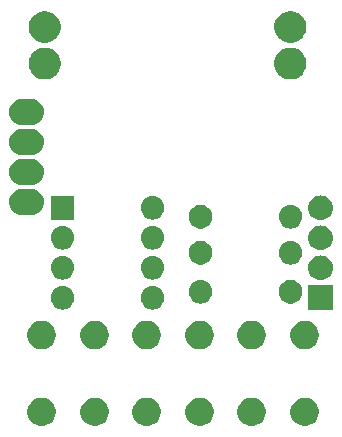
<source format=gbr>
G04 #@! TF.GenerationSoftware,KiCad,Pcbnew,(5.0.1)-4*
G04 #@! TF.CreationDate,2018-12-10T10:24:34+00:00*
G04 #@! TF.ProjectId,tinytetris,74696E797465747269732E6B69636164,rev?*
G04 #@! TF.SameCoordinates,Original*
G04 #@! TF.FileFunction,Soldermask,Bot*
G04 #@! TF.FilePolarity,Negative*
%FSLAX46Y46*%
G04 Gerber Fmt 4.6, Leading zero omitted, Abs format (unit mm)*
G04 Created by KiCad (PCBNEW (5.0.1)-4) date 10/12/2018 10:24:34*
%MOMM*%
%LPD*%
G01*
G04 APERTURE LIST*
%ADD10C,0.100000*%
G04 APERTURE END LIST*
D10*
G36*
X141828026Y-112130115D02*
X142046412Y-112220573D01*
X142242958Y-112351901D01*
X142410099Y-112519042D01*
X142541427Y-112715588D01*
X142631885Y-112933974D01*
X142678000Y-113165809D01*
X142678000Y-113402191D01*
X142631885Y-113634026D01*
X142541427Y-113852412D01*
X142410099Y-114048958D01*
X142242958Y-114216099D01*
X142046412Y-114347427D01*
X141828026Y-114437885D01*
X141596191Y-114484000D01*
X141359809Y-114484000D01*
X141127974Y-114437885D01*
X140909588Y-114347427D01*
X140713042Y-114216099D01*
X140545901Y-114048958D01*
X140414573Y-113852412D01*
X140324115Y-113634026D01*
X140278000Y-113402191D01*
X140278000Y-113165809D01*
X140324115Y-112933974D01*
X140414573Y-112715588D01*
X140545901Y-112519042D01*
X140713042Y-112351901D01*
X140909588Y-112220573D01*
X141127974Y-112130115D01*
X141359809Y-112084000D01*
X141596191Y-112084000D01*
X141828026Y-112130115D01*
X141828026Y-112130115D01*
G37*
G36*
X164108026Y-112130115D02*
X164326412Y-112220573D01*
X164522958Y-112351901D01*
X164690099Y-112519042D01*
X164821427Y-112715588D01*
X164911885Y-112933974D01*
X164958000Y-113165809D01*
X164958000Y-113402191D01*
X164911885Y-113634026D01*
X164821427Y-113852412D01*
X164690099Y-114048958D01*
X164522958Y-114216099D01*
X164326412Y-114347427D01*
X164108026Y-114437885D01*
X163876191Y-114484000D01*
X163639809Y-114484000D01*
X163407974Y-114437885D01*
X163189588Y-114347427D01*
X162993042Y-114216099D01*
X162825901Y-114048958D01*
X162694573Y-113852412D01*
X162604115Y-113634026D01*
X162558000Y-113402191D01*
X162558000Y-113165809D01*
X162604115Y-112933974D01*
X162694573Y-112715588D01*
X162825901Y-112519042D01*
X162993042Y-112351901D01*
X163189588Y-112220573D01*
X163407974Y-112130115D01*
X163639809Y-112084000D01*
X163876191Y-112084000D01*
X164108026Y-112130115D01*
X164108026Y-112130115D01*
G37*
G36*
X155218026Y-112130115D02*
X155436412Y-112220573D01*
X155632958Y-112351901D01*
X155800099Y-112519042D01*
X155931427Y-112715588D01*
X156021885Y-112933974D01*
X156068000Y-113165809D01*
X156068000Y-113402191D01*
X156021885Y-113634026D01*
X155931427Y-113852412D01*
X155800099Y-114048958D01*
X155632958Y-114216099D01*
X155436412Y-114347427D01*
X155218026Y-114437885D01*
X154986191Y-114484000D01*
X154749809Y-114484000D01*
X154517974Y-114437885D01*
X154299588Y-114347427D01*
X154103042Y-114216099D01*
X153935901Y-114048958D01*
X153804573Y-113852412D01*
X153714115Y-113634026D01*
X153668000Y-113402191D01*
X153668000Y-113165809D01*
X153714115Y-112933974D01*
X153804573Y-112715588D01*
X153935901Y-112519042D01*
X154103042Y-112351901D01*
X154299588Y-112220573D01*
X154517974Y-112130115D01*
X154749809Y-112084000D01*
X154986191Y-112084000D01*
X155218026Y-112130115D01*
X155218026Y-112130115D01*
G37*
G36*
X150718026Y-112130115D02*
X150936412Y-112220573D01*
X151132958Y-112351901D01*
X151300099Y-112519042D01*
X151431427Y-112715588D01*
X151521885Y-112933974D01*
X151568000Y-113165809D01*
X151568000Y-113402191D01*
X151521885Y-113634026D01*
X151431427Y-113852412D01*
X151300099Y-114048958D01*
X151132958Y-114216099D01*
X150936412Y-114347427D01*
X150718026Y-114437885D01*
X150486191Y-114484000D01*
X150249809Y-114484000D01*
X150017974Y-114437885D01*
X149799588Y-114347427D01*
X149603042Y-114216099D01*
X149435901Y-114048958D01*
X149304573Y-113852412D01*
X149214115Y-113634026D01*
X149168000Y-113402191D01*
X149168000Y-113165809D01*
X149214115Y-112933974D01*
X149304573Y-112715588D01*
X149435901Y-112519042D01*
X149603042Y-112351901D01*
X149799588Y-112220573D01*
X150017974Y-112130115D01*
X150249809Y-112084000D01*
X150486191Y-112084000D01*
X150718026Y-112130115D01*
X150718026Y-112130115D01*
G37*
G36*
X159608026Y-112130115D02*
X159826412Y-112220573D01*
X160022958Y-112351901D01*
X160190099Y-112519042D01*
X160321427Y-112715588D01*
X160411885Y-112933974D01*
X160458000Y-113165809D01*
X160458000Y-113402191D01*
X160411885Y-113634026D01*
X160321427Y-113852412D01*
X160190099Y-114048958D01*
X160022958Y-114216099D01*
X159826412Y-114347427D01*
X159608026Y-114437885D01*
X159376191Y-114484000D01*
X159139809Y-114484000D01*
X158907974Y-114437885D01*
X158689588Y-114347427D01*
X158493042Y-114216099D01*
X158325901Y-114048958D01*
X158194573Y-113852412D01*
X158104115Y-113634026D01*
X158058000Y-113402191D01*
X158058000Y-113165809D01*
X158104115Y-112933974D01*
X158194573Y-112715588D01*
X158325901Y-112519042D01*
X158493042Y-112351901D01*
X158689588Y-112220573D01*
X158907974Y-112130115D01*
X159139809Y-112084000D01*
X159376191Y-112084000D01*
X159608026Y-112130115D01*
X159608026Y-112130115D01*
G37*
G36*
X146328026Y-112130115D02*
X146546412Y-112220573D01*
X146742958Y-112351901D01*
X146910099Y-112519042D01*
X147041427Y-112715588D01*
X147131885Y-112933974D01*
X147178000Y-113165809D01*
X147178000Y-113402191D01*
X147131885Y-113634026D01*
X147041427Y-113852412D01*
X146910099Y-114048958D01*
X146742958Y-114216099D01*
X146546412Y-114347427D01*
X146328026Y-114437885D01*
X146096191Y-114484000D01*
X145859809Y-114484000D01*
X145627974Y-114437885D01*
X145409588Y-114347427D01*
X145213042Y-114216099D01*
X145045901Y-114048958D01*
X144914573Y-113852412D01*
X144824115Y-113634026D01*
X144778000Y-113402191D01*
X144778000Y-113165809D01*
X144824115Y-112933974D01*
X144914573Y-112715588D01*
X145045901Y-112519042D01*
X145213042Y-112351901D01*
X145409588Y-112220573D01*
X145627974Y-112130115D01*
X145859809Y-112084000D01*
X146096191Y-112084000D01*
X146328026Y-112130115D01*
X146328026Y-112130115D01*
G37*
G36*
X150718026Y-105630115D02*
X150936412Y-105720573D01*
X151132958Y-105851901D01*
X151300099Y-106019042D01*
X151431427Y-106215588D01*
X151521885Y-106433974D01*
X151568000Y-106665809D01*
X151568000Y-106902191D01*
X151521885Y-107134026D01*
X151431427Y-107352412D01*
X151300099Y-107548958D01*
X151132958Y-107716099D01*
X150936412Y-107847427D01*
X150718026Y-107937885D01*
X150486191Y-107984000D01*
X150249809Y-107984000D01*
X150017974Y-107937885D01*
X149799588Y-107847427D01*
X149603042Y-107716099D01*
X149435901Y-107548958D01*
X149304573Y-107352412D01*
X149214115Y-107134026D01*
X149168000Y-106902191D01*
X149168000Y-106665809D01*
X149214115Y-106433974D01*
X149304573Y-106215588D01*
X149435901Y-106019042D01*
X149603042Y-105851901D01*
X149799588Y-105720573D01*
X150017974Y-105630115D01*
X150249809Y-105584000D01*
X150486191Y-105584000D01*
X150718026Y-105630115D01*
X150718026Y-105630115D01*
G37*
G36*
X146328026Y-105630115D02*
X146546412Y-105720573D01*
X146742958Y-105851901D01*
X146910099Y-106019042D01*
X147041427Y-106215588D01*
X147131885Y-106433974D01*
X147178000Y-106665809D01*
X147178000Y-106902191D01*
X147131885Y-107134026D01*
X147041427Y-107352412D01*
X146910099Y-107548958D01*
X146742958Y-107716099D01*
X146546412Y-107847427D01*
X146328026Y-107937885D01*
X146096191Y-107984000D01*
X145859809Y-107984000D01*
X145627974Y-107937885D01*
X145409588Y-107847427D01*
X145213042Y-107716099D01*
X145045901Y-107548958D01*
X144914573Y-107352412D01*
X144824115Y-107134026D01*
X144778000Y-106902191D01*
X144778000Y-106665809D01*
X144824115Y-106433974D01*
X144914573Y-106215588D01*
X145045901Y-106019042D01*
X145213042Y-105851901D01*
X145409588Y-105720573D01*
X145627974Y-105630115D01*
X145859809Y-105584000D01*
X146096191Y-105584000D01*
X146328026Y-105630115D01*
X146328026Y-105630115D01*
G37*
G36*
X141828026Y-105630115D02*
X142046412Y-105720573D01*
X142242958Y-105851901D01*
X142410099Y-106019042D01*
X142541427Y-106215588D01*
X142631885Y-106433974D01*
X142678000Y-106665809D01*
X142678000Y-106902191D01*
X142631885Y-107134026D01*
X142541427Y-107352412D01*
X142410099Y-107548958D01*
X142242958Y-107716099D01*
X142046412Y-107847427D01*
X141828026Y-107937885D01*
X141596191Y-107984000D01*
X141359809Y-107984000D01*
X141127974Y-107937885D01*
X140909588Y-107847427D01*
X140713042Y-107716099D01*
X140545901Y-107548958D01*
X140414573Y-107352412D01*
X140324115Y-107134026D01*
X140278000Y-106902191D01*
X140278000Y-106665809D01*
X140324115Y-106433974D01*
X140414573Y-106215588D01*
X140545901Y-106019042D01*
X140713042Y-105851901D01*
X140909588Y-105720573D01*
X141127974Y-105630115D01*
X141359809Y-105584000D01*
X141596191Y-105584000D01*
X141828026Y-105630115D01*
X141828026Y-105630115D01*
G37*
G36*
X159608026Y-105630115D02*
X159826412Y-105720573D01*
X160022958Y-105851901D01*
X160190099Y-106019042D01*
X160321427Y-106215588D01*
X160411885Y-106433974D01*
X160458000Y-106665809D01*
X160458000Y-106902191D01*
X160411885Y-107134026D01*
X160321427Y-107352412D01*
X160190099Y-107548958D01*
X160022958Y-107716099D01*
X159826412Y-107847427D01*
X159608026Y-107937885D01*
X159376191Y-107984000D01*
X159139809Y-107984000D01*
X158907974Y-107937885D01*
X158689588Y-107847427D01*
X158493042Y-107716099D01*
X158325901Y-107548958D01*
X158194573Y-107352412D01*
X158104115Y-107134026D01*
X158058000Y-106902191D01*
X158058000Y-106665809D01*
X158104115Y-106433974D01*
X158194573Y-106215588D01*
X158325901Y-106019042D01*
X158493042Y-105851901D01*
X158689588Y-105720573D01*
X158907974Y-105630115D01*
X159139809Y-105584000D01*
X159376191Y-105584000D01*
X159608026Y-105630115D01*
X159608026Y-105630115D01*
G37*
G36*
X164108026Y-105630115D02*
X164326412Y-105720573D01*
X164522958Y-105851901D01*
X164690099Y-106019042D01*
X164821427Y-106215588D01*
X164911885Y-106433974D01*
X164958000Y-106665809D01*
X164958000Y-106902191D01*
X164911885Y-107134026D01*
X164821427Y-107352412D01*
X164690099Y-107548958D01*
X164522958Y-107716099D01*
X164326412Y-107847427D01*
X164108026Y-107937885D01*
X163876191Y-107984000D01*
X163639809Y-107984000D01*
X163407974Y-107937885D01*
X163189588Y-107847427D01*
X162993042Y-107716099D01*
X162825901Y-107548958D01*
X162694573Y-107352412D01*
X162604115Y-107134026D01*
X162558000Y-106902191D01*
X162558000Y-106665809D01*
X162604115Y-106433974D01*
X162694573Y-106215588D01*
X162825901Y-106019042D01*
X162993042Y-105851901D01*
X163189588Y-105720573D01*
X163407974Y-105630115D01*
X163639809Y-105584000D01*
X163876191Y-105584000D01*
X164108026Y-105630115D01*
X164108026Y-105630115D01*
G37*
G36*
X155218026Y-105630115D02*
X155436412Y-105720573D01*
X155632958Y-105851901D01*
X155800099Y-106019042D01*
X155931427Y-106215588D01*
X156021885Y-106433974D01*
X156068000Y-106665809D01*
X156068000Y-106902191D01*
X156021885Y-107134026D01*
X155931427Y-107352412D01*
X155800099Y-107548958D01*
X155632958Y-107716099D01*
X155436412Y-107847427D01*
X155218026Y-107937885D01*
X154986191Y-107984000D01*
X154749809Y-107984000D01*
X154517974Y-107937885D01*
X154299588Y-107847427D01*
X154103042Y-107716099D01*
X153935901Y-107548958D01*
X153804573Y-107352412D01*
X153714115Y-107134026D01*
X153668000Y-106902191D01*
X153668000Y-106665809D01*
X153714115Y-106433974D01*
X153804573Y-106215588D01*
X153935901Y-106019042D01*
X154103042Y-105851901D01*
X154299588Y-105720573D01*
X154517974Y-105630115D01*
X154749809Y-105584000D01*
X154986191Y-105584000D01*
X155218026Y-105630115D01*
X155218026Y-105630115D01*
G37*
G36*
X166150000Y-104682000D02*
X164050000Y-104682000D01*
X164050000Y-102582000D01*
X166150000Y-102582000D01*
X166150000Y-104682000D01*
X166150000Y-104682000D01*
G37*
G36*
X143452030Y-102646469D02*
X143452033Y-102646470D01*
X143452034Y-102646470D01*
X143640535Y-102703651D01*
X143640537Y-102703652D01*
X143814260Y-102796509D01*
X143966528Y-102921472D01*
X144091491Y-103073740D01*
X144171000Y-103222491D01*
X144184349Y-103247465D01*
X144235378Y-103415686D01*
X144241531Y-103435970D01*
X144260838Y-103632000D01*
X144241531Y-103828030D01*
X144241530Y-103828033D01*
X144241530Y-103828034D01*
X144201653Y-103959492D01*
X144184348Y-104016537D01*
X144091491Y-104190260D01*
X143966528Y-104342528D01*
X143814260Y-104467491D01*
X143814258Y-104467492D01*
X143640535Y-104560349D01*
X143452034Y-104617530D01*
X143452033Y-104617530D01*
X143452030Y-104617531D01*
X143305124Y-104632000D01*
X143206876Y-104632000D01*
X143059970Y-104617531D01*
X143059967Y-104617530D01*
X143059966Y-104617530D01*
X142871465Y-104560349D01*
X142697742Y-104467492D01*
X142697740Y-104467491D01*
X142545472Y-104342528D01*
X142420509Y-104190260D01*
X142327652Y-104016537D01*
X142310348Y-103959492D01*
X142270470Y-103828034D01*
X142270470Y-103828033D01*
X142270469Y-103828030D01*
X142251162Y-103632000D01*
X142270469Y-103435970D01*
X142276622Y-103415686D01*
X142327651Y-103247465D01*
X142341000Y-103222491D01*
X142420509Y-103073740D01*
X142545472Y-102921472D01*
X142697740Y-102796509D01*
X142871463Y-102703652D01*
X142871465Y-102703651D01*
X143059966Y-102646470D01*
X143059967Y-102646470D01*
X143059970Y-102646469D01*
X143206876Y-102632000D01*
X143305124Y-102632000D01*
X143452030Y-102646469D01*
X143452030Y-102646469D01*
G37*
G36*
X151072030Y-102646469D02*
X151072033Y-102646470D01*
X151072034Y-102646470D01*
X151260535Y-102703651D01*
X151260537Y-102703652D01*
X151434260Y-102796509D01*
X151586528Y-102921472D01*
X151711491Y-103073740D01*
X151791000Y-103222491D01*
X151804349Y-103247465D01*
X151855378Y-103415686D01*
X151861531Y-103435970D01*
X151880838Y-103632000D01*
X151861531Y-103828030D01*
X151861530Y-103828033D01*
X151861530Y-103828034D01*
X151821653Y-103959492D01*
X151804348Y-104016537D01*
X151711491Y-104190260D01*
X151586528Y-104342528D01*
X151434260Y-104467491D01*
X151434258Y-104467492D01*
X151260535Y-104560349D01*
X151072034Y-104617530D01*
X151072033Y-104617530D01*
X151072030Y-104617531D01*
X150925124Y-104632000D01*
X150826876Y-104632000D01*
X150679970Y-104617531D01*
X150679967Y-104617530D01*
X150679966Y-104617530D01*
X150491465Y-104560349D01*
X150317742Y-104467492D01*
X150317740Y-104467491D01*
X150165472Y-104342528D01*
X150040509Y-104190260D01*
X149947652Y-104016537D01*
X149930348Y-103959492D01*
X149890470Y-103828034D01*
X149890470Y-103828033D01*
X149890469Y-103828030D01*
X149871162Y-103632000D01*
X149890469Y-103435970D01*
X149896622Y-103415686D01*
X149947651Y-103247465D01*
X149961000Y-103222491D01*
X150040509Y-103073740D01*
X150165472Y-102921472D01*
X150317740Y-102796509D01*
X150491463Y-102703652D01*
X150491465Y-102703651D01*
X150679966Y-102646470D01*
X150679967Y-102646470D01*
X150679970Y-102646469D01*
X150826876Y-102632000D01*
X150925124Y-102632000D01*
X151072030Y-102646469D01*
X151072030Y-102646469D01*
G37*
G36*
X155136030Y-102138469D02*
X155136033Y-102138470D01*
X155136034Y-102138470D01*
X155324535Y-102195651D01*
X155324537Y-102195652D01*
X155498260Y-102288509D01*
X155650528Y-102413472D01*
X155775491Y-102565740D01*
X155775492Y-102565742D01*
X155868349Y-102739465D01*
X155885653Y-102796509D01*
X155925531Y-102927970D01*
X155944838Y-103124000D01*
X155925531Y-103320030D01*
X155925530Y-103320033D01*
X155925530Y-103320034D01*
X155890363Y-103435966D01*
X155868348Y-103508537D01*
X155775491Y-103682260D01*
X155650528Y-103834528D01*
X155498260Y-103959491D01*
X155324537Y-104052348D01*
X155324535Y-104052349D01*
X155136034Y-104109530D01*
X155136033Y-104109530D01*
X155136030Y-104109531D01*
X154989124Y-104124000D01*
X154890876Y-104124000D01*
X154743970Y-104109531D01*
X154743967Y-104109530D01*
X154743966Y-104109530D01*
X154555465Y-104052349D01*
X154555463Y-104052348D01*
X154381740Y-103959491D01*
X154229472Y-103834528D01*
X154104509Y-103682260D01*
X154011652Y-103508537D01*
X153989638Y-103435966D01*
X153954470Y-103320034D01*
X153954470Y-103320033D01*
X153954469Y-103320030D01*
X153935162Y-103124000D01*
X153954469Y-102927970D01*
X153994347Y-102796509D01*
X154011651Y-102739465D01*
X154104508Y-102565742D01*
X154104509Y-102565740D01*
X154229472Y-102413472D01*
X154381740Y-102288509D01*
X154555463Y-102195652D01*
X154555465Y-102195651D01*
X154743966Y-102138470D01*
X154743967Y-102138470D01*
X154743970Y-102138469D01*
X154890876Y-102124000D01*
X154989124Y-102124000D01*
X155136030Y-102138469D01*
X155136030Y-102138469D01*
G37*
G36*
X162735770Y-102139372D02*
X162851689Y-102162429D01*
X163033678Y-102237811D01*
X163197463Y-102347249D01*
X163336751Y-102486537D01*
X163446189Y-102650322D01*
X163521571Y-102832311D01*
X163544628Y-102948230D01*
X163560000Y-103025507D01*
X163560000Y-103222493D01*
X163544628Y-103299770D01*
X163521571Y-103415689D01*
X163446189Y-103597678D01*
X163336751Y-103761463D01*
X163197463Y-103900751D01*
X163033678Y-104010189D01*
X162851689Y-104085571D01*
X162735770Y-104108628D01*
X162658493Y-104124000D01*
X162461507Y-104124000D01*
X162384230Y-104108628D01*
X162268311Y-104085571D01*
X162086322Y-104010189D01*
X161922537Y-103900751D01*
X161783249Y-103761463D01*
X161673811Y-103597678D01*
X161598429Y-103415689D01*
X161575372Y-103299770D01*
X161560000Y-103222493D01*
X161560000Y-103025507D01*
X161575372Y-102948230D01*
X161598429Y-102832311D01*
X161673811Y-102650322D01*
X161783249Y-102486537D01*
X161922537Y-102347249D01*
X162086322Y-102237811D01*
X162268311Y-102162429D01*
X162384230Y-102139372D01*
X162461507Y-102124000D01*
X162658493Y-102124000D01*
X162735770Y-102139372D01*
X162735770Y-102139372D01*
G37*
G36*
X165228707Y-100049596D02*
X165305836Y-100057193D01*
X165437787Y-100097220D01*
X165503763Y-100117233D01*
X165686172Y-100214733D01*
X165846054Y-100345946D01*
X165977267Y-100505828D01*
X166074767Y-100688237D01*
X166080819Y-100708189D01*
X166134807Y-100886164D01*
X166155080Y-101092000D01*
X166134807Y-101297836D01*
X166094780Y-101429787D01*
X166074767Y-101495763D01*
X165977267Y-101678172D01*
X165846054Y-101838054D01*
X165686172Y-101969267D01*
X165503763Y-102066767D01*
X165468281Y-102077530D01*
X165305836Y-102126807D01*
X165228707Y-102134403D01*
X165151580Y-102142000D01*
X165048420Y-102142000D01*
X164971293Y-102134404D01*
X164894164Y-102126807D01*
X164731719Y-102077530D01*
X164696237Y-102066767D01*
X164513828Y-101969267D01*
X164353946Y-101838054D01*
X164222733Y-101678172D01*
X164125233Y-101495763D01*
X164105220Y-101429787D01*
X164065193Y-101297836D01*
X164044920Y-101092000D01*
X164065193Y-100886164D01*
X164119181Y-100708189D01*
X164125233Y-100688237D01*
X164222733Y-100505828D01*
X164353946Y-100345946D01*
X164513828Y-100214733D01*
X164696237Y-100117233D01*
X164762213Y-100097220D01*
X164894164Y-100057193D01*
X164971293Y-100049596D01*
X165048420Y-100042000D01*
X165151580Y-100042000D01*
X165228707Y-100049596D01*
X165228707Y-100049596D01*
G37*
G36*
X143452030Y-100106469D02*
X143452033Y-100106470D01*
X143452034Y-100106470D01*
X143640535Y-100163651D01*
X143640537Y-100163652D01*
X143814260Y-100256509D01*
X143966528Y-100381472D01*
X144091491Y-100533740D01*
X144091492Y-100533742D01*
X144184349Y-100707465D01*
X144238557Y-100886166D01*
X144241531Y-100895970D01*
X144260838Y-101092000D01*
X144241531Y-101288030D01*
X144241530Y-101288033D01*
X144241530Y-101288034D01*
X144238557Y-101297836D01*
X144184348Y-101476537D01*
X144091491Y-101650260D01*
X143966528Y-101802528D01*
X143814260Y-101927491D01*
X143814258Y-101927492D01*
X143640535Y-102020349D01*
X143452034Y-102077530D01*
X143452033Y-102077530D01*
X143452030Y-102077531D01*
X143305124Y-102092000D01*
X143206876Y-102092000D01*
X143059970Y-102077531D01*
X143059967Y-102077530D01*
X143059966Y-102077530D01*
X142871465Y-102020349D01*
X142697742Y-101927492D01*
X142697740Y-101927491D01*
X142545472Y-101802528D01*
X142420509Y-101650260D01*
X142327652Y-101476537D01*
X142273444Y-101297836D01*
X142270470Y-101288034D01*
X142270470Y-101288033D01*
X142270469Y-101288030D01*
X142251162Y-101092000D01*
X142270469Y-100895970D01*
X142273443Y-100886166D01*
X142327651Y-100707465D01*
X142420508Y-100533742D01*
X142420509Y-100533740D01*
X142545472Y-100381472D01*
X142697740Y-100256509D01*
X142871463Y-100163652D01*
X142871465Y-100163651D01*
X143059966Y-100106470D01*
X143059967Y-100106470D01*
X143059970Y-100106469D01*
X143206876Y-100092000D01*
X143305124Y-100092000D01*
X143452030Y-100106469D01*
X143452030Y-100106469D01*
G37*
G36*
X151072030Y-100106469D02*
X151072033Y-100106470D01*
X151072034Y-100106470D01*
X151260535Y-100163651D01*
X151260537Y-100163652D01*
X151434260Y-100256509D01*
X151586528Y-100381472D01*
X151711491Y-100533740D01*
X151711492Y-100533742D01*
X151804349Y-100707465D01*
X151858557Y-100886166D01*
X151861531Y-100895970D01*
X151880838Y-101092000D01*
X151861531Y-101288030D01*
X151861530Y-101288033D01*
X151861530Y-101288034D01*
X151858557Y-101297836D01*
X151804348Y-101476537D01*
X151711491Y-101650260D01*
X151586528Y-101802528D01*
X151434260Y-101927491D01*
X151434258Y-101927492D01*
X151260535Y-102020349D01*
X151072034Y-102077530D01*
X151072033Y-102077530D01*
X151072030Y-102077531D01*
X150925124Y-102092000D01*
X150826876Y-102092000D01*
X150679970Y-102077531D01*
X150679967Y-102077530D01*
X150679966Y-102077530D01*
X150491465Y-102020349D01*
X150317742Y-101927492D01*
X150317740Y-101927491D01*
X150165472Y-101802528D01*
X150040509Y-101650260D01*
X149947652Y-101476537D01*
X149893444Y-101297836D01*
X149890470Y-101288034D01*
X149890470Y-101288033D01*
X149890469Y-101288030D01*
X149871162Y-101092000D01*
X149890469Y-100895970D01*
X149893443Y-100886166D01*
X149947651Y-100707465D01*
X150040508Y-100533742D01*
X150040509Y-100533740D01*
X150165472Y-100381472D01*
X150317740Y-100256509D01*
X150491463Y-100163652D01*
X150491465Y-100163651D01*
X150679966Y-100106470D01*
X150679967Y-100106470D01*
X150679970Y-100106469D01*
X150826876Y-100092000D01*
X150925124Y-100092000D01*
X151072030Y-100106469D01*
X151072030Y-100106469D01*
G37*
G36*
X155115770Y-98837372D02*
X155231689Y-98860429D01*
X155413678Y-98935811D01*
X155577463Y-99045249D01*
X155716751Y-99184537D01*
X155826189Y-99348322D01*
X155901571Y-99530311D01*
X155940000Y-99723509D01*
X155940000Y-99920491D01*
X155901571Y-100113689D01*
X155826189Y-100295678D01*
X155716751Y-100459463D01*
X155577463Y-100598751D01*
X155413678Y-100708189D01*
X155231689Y-100783571D01*
X155115770Y-100806628D01*
X155038493Y-100822000D01*
X154841507Y-100822000D01*
X154764230Y-100806628D01*
X154648311Y-100783571D01*
X154466322Y-100708189D01*
X154302537Y-100598751D01*
X154163249Y-100459463D01*
X154053811Y-100295678D01*
X153978429Y-100113689D01*
X153940000Y-99920491D01*
X153940000Y-99723509D01*
X153978429Y-99530311D01*
X154053811Y-99348322D01*
X154163249Y-99184537D01*
X154302537Y-99045249D01*
X154466322Y-98935811D01*
X154648311Y-98860429D01*
X154764230Y-98837372D01*
X154841507Y-98822000D01*
X155038493Y-98822000D01*
X155115770Y-98837372D01*
X155115770Y-98837372D01*
G37*
G36*
X162756030Y-98836469D02*
X162756033Y-98836470D01*
X162756034Y-98836470D01*
X162944535Y-98893651D01*
X162944537Y-98893652D01*
X163118260Y-98986509D01*
X163270528Y-99111472D01*
X163395491Y-99263740D01*
X163395492Y-99263742D01*
X163488349Y-99437465D01*
X163533651Y-99586807D01*
X163545531Y-99625970D01*
X163564838Y-99822000D01*
X163545531Y-100018030D01*
X163545530Y-100018033D01*
X163545530Y-100018034D01*
X163501358Y-100163651D01*
X163488348Y-100206537D01*
X163395491Y-100380260D01*
X163270528Y-100532528D01*
X163118260Y-100657491D01*
X163118258Y-100657492D01*
X162944535Y-100750349D01*
X162756034Y-100807530D01*
X162756033Y-100807530D01*
X162756030Y-100807531D01*
X162609124Y-100822000D01*
X162510876Y-100822000D01*
X162363970Y-100807531D01*
X162363967Y-100807530D01*
X162363966Y-100807530D01*
X162175465Y-100750349D01*
X162001742Y-100657492D01*
X162001740Y-100657491D01*
X161849472Y-100532528D01*
X161724509Y-100380260D01*
X161631652Y-100206537D01*
X161618643Y-100163651D01*
X161574470Y-100018034D01*
X161574470Y-100018033D01*
X161574469Y-100018030D01*
X161555162Y-99822000D01*
X161574469Y-99625970D01*
X161586349Y-99586807D01*
X161631651Y-99437465D01*
X161724508Y-99263742D01*
X161724509Y-99263740D01*
X161849472Y-99111472D01*
X162001740Y-98986509D01*
X162175463Y-98893652D01*
X162175465Y-98893651D01*
X162363966Y-98836470D01*
X162363967Y-98836470D01*
X162363970Y-98836469D01*
X162510876Y-98822000D01*
X162609124Y-98822000D01*
X162756030Y-98836469D01*
X162756030Y-98836469D01*
G37*
G36*
X165228707Y-97509596D02*
X165305836Y-97517193D01*
X165437787Y-97557220D01*
X165503763Y-97577233D01*
X165686172Y-97674733D01*
X165846054Y-97805946D01*
X165977267Y-97965828D01*
X166074767Y-98148237D01*
X166094780Y-98214213D01*
X166134807Y-98346164D01*
X166155080Y-98552000D01*
X166134807Y-98757836D01*
X166103686Y-98860429D01*
X166074767Y-98955763D01*
X165977267Y-99138172D01*
X165846054Y-99298054D01*
X165686172Y-99429267D01*
X165503763Y-99526767D01*
X165468281Y-99537530D01*
X165305836Y-99586807D01*
X165228707Y-99594403D01*
X165151580Y-99602000D01*
X165048420Y-99602000D01*
X164971293Y-99594403D01*
X164894164Y-99586807D01*
X164731719Y-99537530D01*
X164696237Y-99526767D01*
X164513828Y-99429267D01*
X164353946Y-99298054D01*
X164222733Y-99138172D01*
X164125233Y-98955763D01*
X164096314Y-98860429D01*
X164065193Y-98757836D01*
X164044920Y-98552000D01*
X164065193Y-98346164D01*
X164105220Y-98214213D01*
X164125233Y-98148237D01*
X164222733Y-97965828D01*
X164353946Y-97805946D01*
X164513828Y-97674733D01*
X164696237Y-97577233D01*
X164762213Y-97557220D01*
X164894164Y-97517193D01*
X164971293Y-97509596D01*
X165048420Y-97502000D01*
X165151580Y-97502000D01*
X165228707Y-97509596D01*
X165228707Y-97509596D01*
G37*
G36*
X151072030Y-97566469D02*
X151072033Y-97566470D01*
X151072034Y-97566470D01*
X151260535Y-97623651D01*
X151260537Y-97623652D01*
X151434260Y-97716509D01*
X151586528Y-97841472D01*
X151711491Y-97993740D01*
X151711492Y-97993742D01*
X151804349Y-98167465D01*
X151858557Y-98346166D01*
X151861531Y-98355970D01*
X151880838Y-98552000D01*
X151861531Y-98748030D01*
X151861530Y-98748033D01*
X151861530Y-98748034D01*
X151804569Y-98935811D01*
X151804348Y-98936537D01*
X151711491Y-99110260D01*
X151586528Y-99262528D01*
X151434260Y-99387491D01*
X151434258Y-99387492D01*
X151260535Y-99480349D01*
X151072034Y-99537530D01*
X151072033Y-99537530D01*
X151072030Y-99537531D01*
X150925124Y-99552000D01*
X150826876Y-99552000D01*
X150679970Y-99537531D01*
X150679967Y-99537530D01*
X150679966Y-99537530D01*
X150491465Y-99480349D01*
X150317742Y-99387492D01*
X150317740Y-99387491D01*
X150165472Y-99262528D01*
X150040509Y-99110260D01*
X149947652Y-98936537D01*
X149947432Y-98935811D01*
X149890470Y-98748034D01*
X149890470Y-98748033D01*
X149890469Y-98748030D01*
X149871162Y-98552000D01*
X149890469Y-98355970D01*
X149893443Y-98346166D01*
X149947651Y-98167465D01*
X150040508Y-97993742D01*
X150040509Y-97993740D01*
X150165472Y-97841472D01*
X150317740Y-97716509D01*
X150491463Y-97623652D01*
X150491465Y-97623651D01*
X150679966Y-97566470D01*
X150679967Y-97566470D01*
X150679970Y-97566469D01*
X150826876Y-97552000D01*
X150925124Y-97552000D01*
X151072030Y-97566469D01*
X151072030Y-97566469D01*
G37*
G36*
X143452030Y-97566469D02*
X143452033Y-97566470D01*
X143452034Y-97566470D01*
X143640535Y-97623651D01*
X143640537Y-97623652D01*
X143814260Y-97716509D01*
X143966528Y-97841472D01*
X144091491Y-97993740D01*
X144091492Y-97993742D01*
X144184349Y-98167465D01*
X144238557Y-98346166D01*
X144241531Y-98355970D01*
X144260838Y-98552000D01*
X144241531Y-98748030D01*
X144241530Y-98748033D01*
X144241530Y-98748034D01*
X144184569Y-98935811D01*
X144184348Y-98936537D01*
X144091491Y-99110260D01*
X143966528Y-99262528D01*
X143814260Y-99387491D01*
X143814258Y-99387492D01*
X143640535Y-99480349D01*
X143452034Y-99537530D01*
X143452033Y-99537530D01*
X143452030Y-99537531D01*
X143305124Y-99552000D01*
X143206876Y-99552000D01*
X143059970Y-99537531D01*
X143059967Y-99537530D01*
X143059966Y-99537530D01*
X142871465Y-99480349D01*
X142697742Y-99387492D01*
X142697740Y-99387491D01*
X142545472Y-99262528D01*
X142420509Y-99110260D01*
X142327652Y-98936537D01*
X142327432Y-98935811D01*
X142270470Y-98748034D01*
X142270470Y-98748033D01*
X142270469Y-98748030D01*
X142251162Y-98552000D01*
X142270469Y-98355970D01*
X142273443Y-98346166D01*
X142327651Y-98167465D01*
X142420508Y-97993742D01*
X142420509Y-97993740D01*
X142545472Y-97841472D01*
X142697740Y-97716509D01*
X142871463Y-97623652D01*
X142871465Y-97623651D01*
X143059966Y-97566470D01*
X143059967Y-97566470D01*
X143059970Y-97566469D01*
X143206876Y-97552000D01*
X143305124Y-97552000D01*
X143452030Y-97566469D01*
X143452030Y-97566469D01*
G37*
G36*
X162756030Y-95788469D02*
X162756033Y-95788470D01*
X162756034Y-95788470D01*
X162944535Y-95845651D01*
X162944537Y-95845652D01*
X163118260Y-95938509D01*
X163270528Y-96063472D01*
X163395491Y-96215740D01*
X163395492Y-96215742D01*
X163488349Y-96389465D01*
X163490494Y-96396537D01*
X163545531Y-96577970D01*
X163564838Y-96774000D01*
X163545531Y-96970030D01*
X163488348Y-97158537D01*
X163395491Y-97332260D01*
X163270528Y-97484528D01*
X163118260Y-97609491D01*
X163091767Y-97623652D01*
X162944535Y-97702349D01*
X162756034Y-97759530D01*
X162756033Y-97759530D01*
X162756030Y-97759531D01*
X162609124Y-97774000D01*
X162510876Y-97774000D01*
X162363970Y-97759531D01*
X162363967Y-97759530D01*
X162363966Y-97759530D01*
X162175465Y-97702349D01*
X162028233Y-97623652D01*
X162001740Y-97609491D01*
X161849472Y-97484528D01*
X161724509Y-97332260D01*
X161631652Y-97158537D01*
X161574469Y-96970030D01*
X161555162Y-96774000D01*
X161574469Y-96577970D01*
X161629506Y-96396537D01*
X161631651Y-96389465D01*
X161724508Y-96215742D01*
X161724509Y-96215740D01*
X161849472Y-96063472D01*
X162001740Y-95938509D01*
X162175463Y-95845652D01*
X162175465Y-95845651D01*
X162363966Y-95788470D01*
X162363967Y-95788470D01*
X162363970Y-95788469D01*
X162510876Y-95774000D01*
X162609124Y-95774000D01*
X162756030Y-95788469D01*
X162756030Y-95788469D01*
G37*
G36*
X155115770Y-95789372D02*
X155231689Y-95812429D01*
X155413678Y-95887811D01*
X155577463Y-95997249D01*
X155716751Y-96136537D01*
X155826189Y-96300322D01*
X155901571Y-96482311D01*
X155940000Y-96675509D01*
X155940000Y-96872491D01*
X155901571Y-97065689D01*
X155826189Y-97247678D01*
X155716751Y-97411463D01*
X155577463Y-97550751D01*
X155413678Y-97660189D01*
X155231689Y-97735571D01*
X155115770Y-97758628D01*
X155038493Y-97774000D01*
X154841507Y-97774000D01*
X154764230Y-97758628D01*
X154648311Y-97735571D01*
X154466322Y-97660189D01*
X154302537Y-97550751D01*
X154163249Y-97411463D01*
X154053811Y-97247678D01*
X153978429Y-97065689D01*
X153940000Y-96872491D01*
X153940000Y-96675509D01*
X153978429Y-96482311D01*
X154053811Y-96300322D01*
X154163249Y-96136537D01*
X154302537Y-95997249D01*
X154466322Y-95887811D01*
X154648311Y-95812429D01*
X154764230Y-95789372D01*
X154841507Y-95774000D01*
X155038493Y-95774000D01*
X155115770Y-95789372D01*
X155115770Y-95789372D01*
G37*
G36*
X165228707Y-94969596D02*
X165305836Y-94977193D01*
X165437787Y-95017220D01*
X165503763Y-95037233D01*
X165686172Y-95134733D01*
X165846054Y-95265946D01*
X165977267Y-95425828D01*
X166074767Y-95608237D01*
X166094780Y-95674213D01*
X166134807Y-95806164D01*
X166155080Y-96012000D01*
X166134807Y-96217836D01*
X166114257Y-96285581D01*
X166074767Y-96415763D01*
X165977267Y-96598172D01*
X165846054Y-96758054D01*
X165686172Y-96889267D01*
X165503763Y-96986767D01*
X165468281Y-96997530D01*
X165305836Y-97046807D01*
X165228707Y-97054403D01*
X165151580Y-97062000D01*
X165048420Y-97062000D01*
X164971293Y-97054403D01*
X164894164Y-97046807D01*
X164731719Y-96997530D01*
X164696237Y-96986767D01*
X164513828Y-96889267D01*
X164353946Y-96758054D01*
X164222733Y-96598172D01*
X164125233Y-96415763D01*
X164085743Y-96285581D01*
X164065193Y-96217836D01*
X164044920Y-96012000D01*
X164065193Y-95806164D01*
X164105220Y-95674213D01*
X164125233Y-95608237D01*
X164222733Y-95425828D01*
X164353946Y-95265946D01*
X164513828Y-95134733D01*
X164696237Y-95037233D01*
X164762213Y-95017220D01*
X164894164Y-94977193D01*
X164971293Y-94969596D01*
X165048420Y-94962000D01*
X165151580Y-94962000D01*
X165228707Y-94969596D01*
X165228707Y-94969596D01*
G37*
G36*
X144256000Y-97012000D02*
X142256000Y-97012000D01*
X142256000Y-95012000D01*
X144256000Y-95012000D01*
X144256000Y-97012000D01*
X144256000Y-97012000D01*
G37*
G36*
X151072030Y-95026469D02*
X151072033Y-95026470D01*
X151072034Y-95026470D01*
X151260535Y-95083651D01*
X151260537Y-95083652D01*
X151434260Y-95176509D01*
X151586528Y-95301472D01*
X151711491Y-95453740D01*
X151794071Y-95608237D01*
X151804349Y-95627465D01*
X151858557Y-95806166D01*
X151861531Y-95815970D01*
X151880838Y-96012000D01*
X151861531Y-96208030D01*
X151861530Y-96208033D01*
X151861530Y-96208034D01*
X151806494Y-96389465D01*
X151804348Y-96396537D01*
X151711491Y-96570260D01*
X151586528Y-96722528D01*
X151434260Y-96847491D01*
X151356103Y-96889267D01*
X151260535Y-96940349D01*
X151072034Y-96997530D01*
X151072033Y-96997530D01*
X151072030Y-96997531D01*
X150925124Y-97012000D01*
X150826876Y-97012000D01*
X150679970Y-96997531D01*
X150679967Y-96997530D01*
X150679966Y-96997530D01*
X150491465Y-96940349D01*
X150395897Y-96889267D01*
X150317740Y-96847491D01*
X150165472Y-96722528D01*
X150040509Y-96570260D01*
X149947652Y-96396537D01*
X149945507Y-96389465D01*
X149890470Y-96208034D01*
X149890470Y-96208033D01*
X149890469Y-96208030D01*
X149871162Y-96012000D01*
X149890469Y-95815970D01*
X149893443Y-95806166D01*
X149947651Y-95627465D01*
X149957929Y-95608237D01*
X150040509Y-95453740D01*
X150165472Y-95301472D01*
X150317740Y-95176509D01*
X150491463Y-95083652D01*
X150491465Y-95083651D01*
X150679966Y-95026470D01*
X150679967Y-95026470D01*
X150679970Y-95026469D01*
X150826876Y-95012000D01*
X150925124Y-95012000D01*
X151072030Y-95026469D01*
X151072030Y-95026469D01*
G37*
G36*
X140823639Y-94419916D02*
X141030986Y-94482815D01*
X141030988Y-94482816D01*
X141222084Y-94584958D01*
X141389581Y-94722419D01*
X141527042Y-94889916D01*
X141600030Y-95026469D01*
X141629185Y-95081014D01*
X141692084Y-95288361D01*
X141713322Y-95504000D01*
X141692084Y-95719639D01*
X141641069Y-95887811D01*
X141629184Y-95926988D01*
X141527042Y-96118084D01*
X141389581Y-96285581D01*
X141222084Y-96423042D01*
X141030988Y-96525184D01*
X141030986Y-96525185D01*
X140823639Y-96588084D01*
X140662038Y-96604000D01*
X139753962Y-96604000D01*
X139592361Y-96588084D01*
X139385014Y-96525185D01*
X139385012Y-96525184D01*
X139193916Y-96423042D01*
X139026419Y-96285581D01*
X138888958Y-96118084D01*
X138786816Y-95926988D01*
X138774932Y-95887811D01*
X138723916Y-95719639D01*
X138702678Y-95504000D01*
X138723916Y-95288361D01*
X138786815Y-95081014D01*
X138815970Y-95026469D01*
X138888958Y-94889916D01*
X139026419Y-94722419D01*
X139193916Y-94584958D01*
X139385012Y-94482816D01*
X139385014Y-94482815D01*
X139592361Y-94419916D01*
X139753962Y-94404000D01*
X140662038Y-94404000D01*
X140823639Y-94419916D01*
X140823639Y-94419916D01*
G37*
G36*
X140823639Y-91879916D02*
X141030986Y-91942815D01*
X141030988Y-91942816D01*
X141222084Y-92044958D01*
X141389581Y-92182419D01*
X141527042Y-92349916D01*
X141629184Y-92541012D01*
X141692084Y-92748362D01*
X141713322Y-92964000D01*
X141692084Y-93179638D01*
X141629184Y-93386988D01*
X141527042Y-93578084D01*
X141389581Y-93745581D01*
X141222084Y-93883042D01*
X141030988Y-93985184D01*
X141030986Y-93985185D01*
X140823639Y-94048084D01*
X140662038Y-94064000D01*
X139753962Y-94064000D01*
X139592361Y-94048084D01*
X139385014Y-93985185D01*
X139385012Y-93985184D01*
X139193916Y-93883042D01*
X139026419Y-93745581D01*
X138888958Y-93578084D01*
X138786816Y-93386988D01*
X138723916Y-93179638D01*
X138702678Y-92964000D01*
X138723916Y-92748362D01*
X138786816Y-92541012D01*
X138888958Y-92349916D01*
X139026419Y-92182419D01*
X139193916Y-92044958D01*
X139385012Y-91942816D01*
X139385014Y-91942815D01*
X139592361Y-91879916D01*
X139753962Y-91864000D01*
X140662038Y-91864000D01*
X140823639Y-91879916D01*
X140823639Y-91879916D01*
G37*
G36*
X140823639Y-89339916D02*
X141030986Y-89402815D01*
X141030988Y-89402816D01*
X141222084Y-89504958D01*
X141389581Y-89642419D01*
X141527042Y-89809916D01*
X141629184Y-90001012D01*
X141692084Y-90208362D01*
X141713322Y-90424000D01*
X141692084Y-90639638D01*
X141629184Y-90846988D01*
X141527042Y-91038084D01*
X141389581Y-91205581D01*
X141222084Y-91343042D01*
X141030988Y-91445184D01*
X141030986Y-91445185D01*
X140823639Y-91508084D01*
X140662038Y-91524000D01*
X139753962Y-91524000D01*
X139592361Y-91508084D01*
X139385014Y-91445185D01*
X139385012Y-91445184D01*
X139193916Y-91343042D01*
X139026419Y-91205581D01*
X138888958Y-91038084D01*
X138786816Y-90846988D01*
X138723916Y-90639638D01*
X138702678Y-90424000D01*
X138723916Y-90208362D01*
X138786816Y-90001012D01*
X138888958Y-89809916D01*
X139026419Y-89642419D01*
X139193916Y-89504958D01*
X139385012Y-89402816D01*
X139385014Y-89402815D01*
X139592361Y-89339916D01*
X139753962Y-89324000D01*
X140662038Y-89324000D01*
X140823639Y-89339916D01*
X140823639Y-89339916D01*
G37*
G36*
X140823639Y-86799916D02*
X141030986Y-86862815D01*
X141030988Y-86862816D01*
X141222084Y-86964958D01*
X141389581Y-87102419D01*
X141527042Y-87269916D01*
X141629184Y-87461012D01*
X141692084Y-87668362D01*
X141713322Y-87884000D01*
X141692084Y-88099638D01*
X141629184Y-88306988D01*
X141527042Y-88498084D01*
X141389581Y-88665581D01*
X141222084Y-88803042D01*
X141030988Y-88905184D01*
X141030986Y-88905185D01*
X140823639Y-88968084D01*
X140662038Y-88984000D01*
X139753962Y-88984000D01*
X139592361Y-88968084D01*
X139385014Y-88905185D01*
X139385012Y-88905184D01*
X139193916Y-88803042D01*
X139026419Y-88665581D01*
X138888958Y-88498084D01*
X138786816Y-88306988D01*
X138723916Y-88099638D01*
X138702678Y-87884000D01*
X138723916Y-87668362D01*
X138786816Y-87461012D01*
X138888958Y-87269916D01*
X139026419Y-87102419D01*
X139193916Y-86964958D01*
X139385012Y-86862816D01*
X139385014Y-86862815D01*
X139592361Y-86799916D01*
X139753962Y-86784000D01*
X140662038Y-86784000D01*
X140823639Y-86799916D01*
X140823639Y-86799916D01*
G37*
G36*
X142139778Y-82497879D02*
X142385466Y-82599646D01*
X142606578Y-82747389D01*
X142794611Y-82935422D01*
X142942354Y-83156534D01*
X143044121Y-83402222D01*
X143096000Y-83663035D01*
X143096000Y-83928965D01*
X143044121Y-84189778D01*
X142942354Y-84435466D01*
X142794611Y-84656578D01*
X142606578Y-84844611D01*
X142385466Y-84992354D01*
X142139778Y-85094121D01*
X141878965Y-85146000D01*
X141613035Y-85146000D01*
X141352222Y-85094121D01*
X141106534Y-84992354D01*
X140885422Y-84844611D01*
X140697389Y-84656578D01*
X140549646Y-84435466D01*
X140447879Y-84189778D01*
X140396000Y-83928965D01*
X140396000Y-83663035D01*
X140447879Y-83402222D01*
X140549646Y-83156534D01*
X140697389Y-82935422D01*
X140885422Y-82747389D01*
X141106534Y-82599646D01*
X141352222Y-82497879D01*
X141613035Y-82446000D01*
X141878965Y-82446000D01*
X142139778Y-82497879D01*
X142139778Y-82497879D01*
G37*
G36*
X162939778Y-82497879D02*
X163185466Y-82599646D01*
X163406578Y-82747389D01*
X163594611Y-82935422D01*
X163742354Y-83156534D01*
X163844121Y-83402222D01*
X163896000Y-83663035D01*
X163896000Y-83928965D01*
X163844121Y-84189778D01*
X163742354Y-84435466D01*
X163594611Y-84656578D01*
X163406578Y-84844611D01*
X163185466Y-84992354D01*
X162939778Y-85094121D01*
X162678965Y-85146000D01*
X162413035Y-85146000D01*
X162152222Y-85094121D01*
X161906534Y-84992354D01*
X161685422Y-84844611D01*
X161497389Y-84656578D01*
X161349646Y-84435466D01*
X161247879Y-84189778D01*
X161196000Y-83928965D01*
X161196000Y-83663035D01*
X161247879Y-83402222D01*
X161349646Y-83156534D01*
X161497389Y-82935422D01*
X161685422Y-82747389D01*
X161906534Y-82599646D01*
X162152222Y-82497879D01*
X162413035Y-82446000D01*
X162678965Y-82446000D01*
X162939778Y-82497879D01*
X162939778Y-82497879D01*
G37*
G36*
X142139778Y-79397879D02*
X142385466Y-79499646D01*
X142606578Y-79647389D01*
X142794611Y-79835422D01*
X142942354Y-80056534D01*
X143044121Y-80302222D01*
X143096000Y-80563035D01*
X143096000Y-80828965D01*
X143044121Y-81089778D01*
X142942354Y-81335466D01*
X142794611Y-81556578D01*
X142606578Y-81744611D01*
X142385466Y-81892354D01*
X142139778Y-81994121D01*
X141878965Y-82046000D01*
X141613035Y-82046000D01*
X141352222Y-81994121D01*
X141106534Y-81892354D01*
X140885422Y-81744611D01*
X140697389Y-81556578D01*
X140549646Y-81335466D01*
X140447879Y-81089778D01*
X140396000Y-80828965D01*
X140396000Y-80563035D01*
X140447879Y-80302222D01*
X140549646Y-80056534D01*
X140697389Y-79835422D01*
X140885422Y-79647389D01*
X141106534Y-79499646D01*
X141352222Y-79397879D01*
X141613035Y-79346000D01*
X141878965Y-79346000D01*
X142139778Y-79397879D01*
X142139778Y-79397879D01*
G37*
G36*
X162939778Y-79397879D02*
X163185466Y-79499646D01*
X163406578Y-79647389D01*
X163594611Y-79835422D01*
X163742354Y-80056534D01*
X163844121Y-80302222D01*
X163896000Y-80563035D01*
X163896000Y-80828965D01*
X163844121Y-81089778D01*
X163742354Y-81335466D01*
X163594611Y-81556578D01*
X163406578Y-81744611D01*
X163185466Y-81892354D01*
X162939778Y-81994121D01*
X162678965Y-82046000D01*
X162413035Y-82046000D01*
X162152222Y-81994121D01*
X161906534Y-81892354D01*
X161685422Y-81744611D01*
X161497389Y-81556578D01*
X161349646Y-81335466D01*
X161247879Y-81089778D01*
X161196000Y-80828965D01*
X161196000Y-80563035D01*
X161247879Y-80302222D01*
X161349646Y-80056534D01*
X161497389Y-79835422D01*
X161685422Y-79647389D01*
X161906534Y-79499646D01*
X162152222Y-79397879D01*
X162413035Y-79346000D01*
X162678965Y-79346000D01*
X162939778Y-79397879D01*
X162939778Y-79397879D01*
G37*
M02*

</source>
